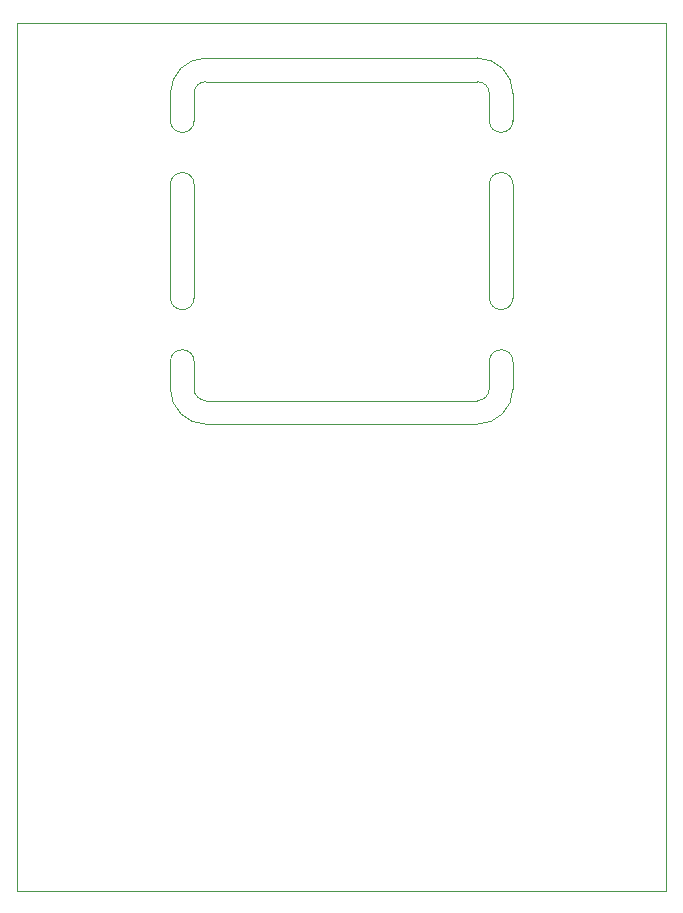
<source format=gbr>
%TF.GenerationSoftware,KiCad,Pcbnew,(6.0.7)*%
%TF.CreationDate,2022-08-30T14:04:15+02:00*%
%TF.ProjectId,LibreCAL,4c696272-6543-4414-9c2e-6b696361645f,rev?*%
%TF.SameCoordinates,Original*%
%TF.FileFunction,Profile,NP*%
%FSLAX46Y46*%
G04 Gerber Fmt 4.6, Leading zero omitted, Abs format (unit mm)*
G04 Created by KiCad (PCBNEW (6.0.7)) date 2022-08-30 14:04:15*
%MOMM*%
%LPD*%
G01*
G04 APERTURE LIST*
%TA.AperFunction,Profile*%
%ADD10C,0.100000*%
%TD*%
G04 APERTURE END LIST*
D10*
X142000000Y-97000000D02*
X142000000Y-94700000D01*
X139999993Y-72000007D02*
G75*
G03*
X138999993Y-71000007I-999993J7D01*
G01*
X115000007Y-96999993D02*
G75*
G03*
X116000007Y-97999993I999993J-7D01*
G01*
X116000000Y-71000000D02*
G75*
G03*
X115000000Y-72000000I0J-1000000D01*
G01*
X138999993Y-69000007D02*
X116000001Y-69000000D01*
X155000000Y-139500000D02*
X100000000Y-139500000D01*
X115000000Y-79700000D02*
X115000000Y-89300000D01*
X113000007Y-96999992D02*
X113000000Y-94700000D01*
X100000000Y-139500000D02*
X100000000Y-66000000D01*
X115000000Y-72000000D02*
X115000000Y-74300000D01*
X140000000Y-89300000D02*
G75*
G03*
X142000000Y-89300000I1000000J0D01*
G01*
X140000000Y-74300000D02*
X139999993Y-72000007D01*
X115000000Y-79700000D02*
G75*
G03*
X113000000Y-79700000I-1000000J0D01*
G01*
X138999999Y-100000000D02*
G75*
G03*
X142000000Y-97000000I1J3000000D01*
G01*
X140000000Y-89300000D02*
X140000000Y-79700000D01*
X113000000Y-72000000D02*
X113000000Y-74300000D01*
X139000000Y-98000000D02*
G75*
G03*
X140000000Y-97000000I0J1000000D01*
G01*
X116000000Y-71000000D02*
X139000000Y-71000000D01*
X113000007Y-96999992D02*
G75*
G03*
X116000007Y-99999993I2999993J-8D01*
G01*
X113000000Y-89300000D02*
G75*
G03*
X115000000Y-89300000I1000000J0D01*
G01*
X155000000Y-66000000D02*
X155000000Y-139500000D01*
X142000000Y-79700000D02*
X142000000Y-89300000D01*
X140000000Y-74300000D02*
G75*
G03*
X142000000Y-74300000I1000000J0D01*
G01*
X115000000Y-94700000D02*
X115000007Y-96999993D01*
X116000001Y-69000000D02*
G75*
G03*
X113000000Y-72000000I-1J-3000000D01*
G01*
X141999993Y-72000008D02*
X142000000Y-74300000D01*
X142000000Y-94700000D02*
G75*
G03*
X140000000Y-94700000I-1000000J0D01*
G01*
X142000000Y-79700000D02*
G75*
G03*
X140000000Y-79700000I-1000000J0D01*
G01*
X139000000Y-98000000D02*
X116000000Y-98000000D01*
X116000007Y-99999993D02*
X138999999Y-100000000D01*
X113000000Y-79700000D02*
X113000000Y-89300000D01*
X113000000Y-74300000D02*
G75*
G03*
X115000000Y-74300000I1000000J0D01*
G01*
X141999993Y-72000008D02*
G75*
G03*
X138999993Y-69000007I-2999993J8D01*
G01*
X140000000Y-97000000D02*
X140000000Y-94700000D01*
X100000000Y-66000000D02*
X155000000Y-66000000D01*
X115000000Y-94700000D02*
G75*
G03*
X113000000Y-94700000I-1000000J0D01*
G01*
M02*

</source>
